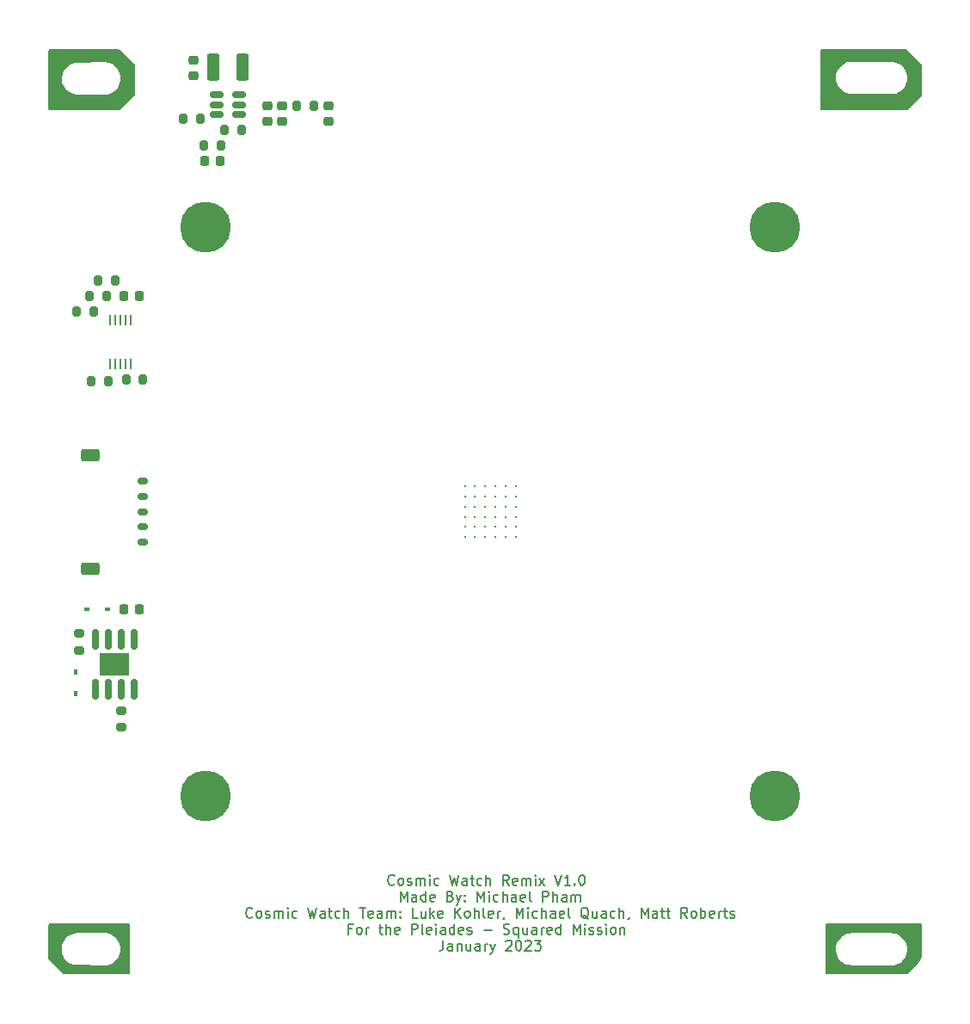
<source format=gbr>
%TF.GenerationSoftware,KiCad,Pcbnew,(6.0.2-0)*%
%TF.CreationDate,2023-01-12T00:58:35-06:00*%
%TF.ProjectId,cosmic_watch_remix_V1,636f736d-6963-45f7-9761-7463685f7265,rev?*%
%TF.SameCoordinates,Original*%
%TF.FileFunction,Soldermask,Top*%
%TF.FilePolarity,Negative*%
%FSLAX46Y46*%
G04 Gerber Fmt 4.6, Leading zero omitted, Abs format (unit mm)*
G04 Created by KiCad (PCBNEW (6.0.2-0)) date 2023-01-12 00:58:35*
%MOMM*%
%LPD*%
G01*
G04 APERTURE LIST*
G04 Aperture macros list*
%AMRoundRect*
0 Rectangle with rounded corners*
0 $1 Rounding radius*
0 $2 $3 $4 $5 $6 $7 $8 $9 X,Y pos of 4 corners*
0 Add a 4 corners polygon primitive as box body*
4,1,4,$2,$3,$4,$5,$6,$7,$8,$9,$2,$3,0*
0 Add four circle primitives for the rounded corners*
1,1,$1+$1,$2,$3*
1,1,$1+$1,$4,$5*
1,1,$1+$1,$6,$7*
1,1,$1+$1,$8,$9*
0 Add four rect primitives between the rounded corners*
20,1,$1+$1,$2,$3,$4,$5,0*
20,1,$1+$1,$4,$5,$6,$7,0*
20,1,$1+$1,$6,$7,$8,$9,0*
20,1,$1+$1,$8,$9,$2,$3,0*%
G04 Aperture macros list end*
%ADD10C,0.150000*%
%ADD11RoundRect,0.200000X0.200000X0.275000X-0.200000X0.275000X-0.200000X-0.275000X0.200000X-0.275000X0*%
%ADD12RoundRect,0.150000X0.150000X-0.825000X0.150000X0.825000X-0.150000X0.825000X-0.150000X-0.825000X0*%
%ADD13R,3.000000X2.290000*%
%ADD14RoundRect,0.200000X-0.200000X-0.275000X0.200000X-0.275000X0.200000X0.275000X-0.200000X0.275000X0*%
%ADD15RoundRect,0.225000X-0.250000X0.225000X-0.250000X-0.225000X0.250000X-0.225000X0.250000X0.225000X0*%
%ADD16RoundRect,0.150000X-0.350000X0.150000X-0.350000X-0.150000X0.350000X-0.150000X0.350000X0.150000X0*%
%ADD17RoundRect,0.250000X-0.650000X0.375000X-0.650000X-0.375000X0.650000X-0.375000X0.650000X0.375000X0*%
%ADD18C,5.000000*%
%ADD19RoundRect,0.200000X0.275000X-0.200000X0.275000X0.200000X-0.275000X0.200000X-0.275000X-0.200000X0*%
%ADD20R,0.450000X0.600000*%
%ADD21RoundRect,0.225000X-0.225000X-0.250000X0.225000X-0.250000X0.225000X0.250000X-0.225000X0.250000X0*%
%ADD22C,0.260000*%
%ADD23R,0.600000X0.450000*%
%ADD24RoundRect,0.150000X-0.512500X-0.150000X0.512500X-0.150000X0.512500X0.150000X-0.512500X0.150000X0*%
%ADD25RoundRect,0.225000X0.225000X0.250000X-0.225000X0.250000X-0.225000X-0.250000X0.225000X-0.250000X0*%
%ADD26R,0.250000X1.100000*%
%ADD27RoundRect,0.250000X-0.375000X-1.075000X0.375000X-1.075000X0.375000X1.075000X-0.375000X1.075000X0*%
G04 APERTURE END LIST*
D10*
X54547619Y-130637142D02*
X54500000Y-130684761D01*
X54357142Y-130732380D01*
X54261904Y-130732380D01*
X54119047Y-130684761D01*
X54023809Y-130589523D01*
X53976190Y-130494285D01*
X53928571Y-130303809D01*
X53928571Y-130160952D01*
X53976190Y-129970476D01*
X54023809Y-129875238D01*
X54119047Y-129780000D01*
X54261904Y-129732380D01*
X54357142Y-129732380D01*
X54500000Y-129780000D01*
X54547619Y-129827619D01*
X55119047Y-130732380D02*
X55023809Y-130684761D01*
X54976190Y-130637142D01*
X54928571Y-130541904D01*
X54928571Y-130256190D01*
X54976190Y-130160952D01*
X55023809Y-130113333D01*
X55119047Y-130065714D01*
X55261904Y-130065714D01*
X55357142Y-130113333D01*
X55404761Y-130160952D01*
X55452380Y-130256190D01*
X55452380Y-130541904D01*
X55404761Y-130637142D01*
X55357142Y-130684761D01*
X55261904Y-130732380D01*
X55119047Y-130732380D01*
X55833333Y-130684761D02*
X55928571Y-130732380D01*
X56119047Y-130732380D01*
X56214285Y-130684761D01*
X56261904Y-130589523D01*
X56261904Y-130541904D01*
X56214285Y-130446666D01*
X56119047Y-130399047D01*
X55976190Y-130399047D01*
X55880952Y-130351428D01*
X55833333Y-130256190D01*
X55833333Y-130208571D01*
X55880952Y-130113333D01*
X55976190Y-130065714D01*
X56119047Y-130065714D01*
X56214285Y-130113333D01*
X56690476Y-130732380D02*
X56690476Y-130065714D01*
X56690476Y-130160952D02*
X56738095Y-130113333D01*
X56833333Y-130065714D01*
X56976190Y-130065714D01*
X57071428Y-130113333D01*
X57119047Y-130208571D01*
X57119047Y-130732380D01*
X57119047Y-130208571D02*
X57166666Y-130113333D01*
X57261904Y-130065714D01*
X57404761Y-130065714D01*
X57500000Y-130113333D01*
X57547619Y-130208571D01*
X57547619Y-130732380D01*
X58023809Y-130732380D02*
X58023809Y-130065714D01*
X58023809Y-129732380D02*
X57976190Y-129780000D01*
X58023809Y-129827619D01*
X58071428Y-129780000D01*
X58023809Y-129732380D01*
X58023809Y-129827619D01*
X58928571Y-130684761D02*
X58833333Y-130732380D01*
X58642857Y-130732380D01*
X58547619Y-130684761D01*
X58500000Y-130637142D01*
X58452380Y-130541904D01*
X58452380Y-130256190D01*
X58500000Y-130160952D01*
X58547619Y-130113333D01*
X58642857Y-130065714D01*
X58833333Y-130065714D01*
X58928571Y-130113333D01*
X60023809Y-129732380D02*
X60261904Y-130732380D01*
X60452380Y-130018095D01*
X60642857Y-130732380D01*
X60880952Y-129732380D01*
X61690476Y-130732380D02*
X61690476Y-130208571D01*
X61642857Y-130113333D01*
X61547619Y-130065714D01*
X61357142Y-130065714D01*
X61261904Y-130113333D01*
X61690476Y-130684761D02*
X61595238Y-130732380D01*
X61357142Y-130732380D01*
X61261904Y-130684761D01*
X61214285Y-130589523D01*
X61214285Y-130494285D01*
X61261904Y-130399047D01*
X61357142Y-130351428D01*
X61595238Y-130351428D01*
X61690476Y-130303809D01*
X62023809Y-130065714D02*
X62404761Y-130065714D01*
X62166666Y-129732380D02*
X62166666Y-130589523D01*
X62214285Y-130684761D01*
X62309523Y-130732380D01*
X62404761Y-130732380D01*
X63166666Y-130684761D02*
X63071428Y-130732380D01*
X62880952Y-130732380D01*
X62785714Y-130684761D01*
X62738095Y-130637142D01*
X62690476Y-130541904D01*
X62690476Y-130256190D01*
X62738095Y-130160952D01*
X62785714Y-130113333D01*
X62880952Y-130065714D01*
X63071428Y-130065714D01*
X63166666Y-130113333D01*
X63595238Y-130732380D02*
X63595238Y-129732380D01*
X64023809Y-130732380D02*
X64023809Y-130208571D01*
X63976190Y-130113333D01*
X63880952Y-130065714D01*
X63738095Y-130065714D01*
X63642857Y-130113333D01*
X63595238Y-130160952D01*
X65833333Y-130732380D02*
X65500000Y-130256190D01*
X65261904Y-130732380D02*
X65261904Y-129732380D01*
X65642857Y-129732380D01*
X65738095Y-129780000D01*
X65785714Y-129827619D01*
X65833333Y-129922857D01*
X65833333Y-130065714D01*
X65785714Y-130160952D01*
X65738095Y-130208571D01*
X65642857Y-130256190D01*
X65261904Y-130256190D01*
X66642857Y-130684761D02*
X66547619Y-130732380D01*
X66357142Y-130732380D01*
X66261904Y-130684761D01*
X66214285Y-130589523D01*
X66214285Y-130208571D01*
X66261904Y-130113333D01*
X66357142Y-130065714D01*
X66547619Y-130065714D01*
X66642857Y-130113333D01*
X66690476Y-130208571D01*
X66690476Y-130303809D01*
X66214285Y-130399047D01*
X67119047Y-130732380D02*
X67119047Y-130065714D01*
X67119047Y-130160952D02*
X67166666Y-130113333D01*
X67261904Y-130065714D01*
X67404761Y-130065714D01*
X67500000Y-130113333D01*
X67547619Y-130208571D01*
X67547619Y-130732380D01*
X67547619Y-130208571D02*
X67595238Y-130113333D01*
X67690476Y-130065714D01*
X67833333Y-130065714D01*
X67928571Y-130113333D01*
X67976190Y-130208571D01*
X67976190Y-130732380D01*
X68452380Y-130732380D02*
X68452380Y-130065714D01*
X68452380Y-129732380D02*
X68404761Y-129780000D01*
X68452380Y-129827619D01*
X68500000Y-129780000D01*
X68452380Y-129732380D01*
X68452380Y-129827619D01*
X68833333Y-130732380D02*
X69357142Y-130065714D01*
X68833333Y-130065714D02*
X69357142Y-130732380D01*
X70357142Y-129732380D02*
X70690476Y-130732380D01*
X71023809Y-129732380D01*
X71880952Y-130732380D02*
X71309523Y-130732380D01*
X71595238Y-130732380D02*
X71595238Y-129732380D01*
X71500000Y-129875238D01*
X71404761Y-129970476D01*
X71309523Y-130018095D01*
X72309523Y-130637142D02*
X72357142Y-130684761D01*
X72309523Y-130732380D01*
X72261904Y-130684761D01*
X72309523Y-130637142D01*
X72309523Y-130732380D01*
X72976190Y-129732380D02*
X73071428Y-129732380D01*
X73166666Y-129780000D01*
X73214285Y-129827619D01*
X73261904Y-129922857D01*
X73309523Y-130113333D01*
X73309523Y-130351428D01*
X73261904Y-130541904D01*
X73214285Y-130637142D01*
X73166666Y-130684761D01*
X73071428Y-130732380D01*
X72976190Y-130732380D01*
X72880952Y-130684761D01*
X72833333Y-130637142D01*
X72785714Y-130541904D01*
X72738095Y-130351428D01*
X72738095Y-130113333D01*
X72785714Y-129922857D01*
X72833333Y-129827619D01*
X72880952Y-129780000D01*
X72976190Y-129732380D01*
X55166666Y-132342380D02*
X55166666Y-131342380D01*
X55500000Y-132056666D01*
X55833333Y-131342380D01*
X55833333Y-132342380D01*
X56738095Y-132342380D02*
X56738095Y-131818571D01*
X56690476Y-131723333D01*
X56595238Y-131675714D01*
X56404761Y-131675714D01*
X56309523Y-131723333D01*
X56738095Y-132294761D02*
X56642857Y-132342380D01*
X56404761Y-132342380D01*
X56309523Y-132294761D01*
X56261904Y-132199523D01*
X56261904Y-132104285D01*
X56309523Y-132009047D01*
X56404761Y-131961428D01*
X56642857Y-131961428D01*
X56738095Y-131913809D01*
X57642857Y-132342380D02*
X57642857Y-131342380D01*
X57642857Y-132294761D02*
X57547619Y-132342380D01*
X57357142Y-132342380D01*
X57261904Y-132294761D01*
X57214285Y-132247142D01*
X57166666Y-132151904D01*
X57166666Y-131866190D01*
X57214285Y-131770952D01*
X57261904Y-131723333D01*
X57357142Y-131675714D01*
X57547619Y-131675714D01*
X57642857Y-131723333D01*
X58500000Y-132294761D02*
X58404761Y-132342380D01*
X58214285Y-132342380D01*
X58119047Y-132294761D01*
X58071428Y-132199523D01*
X58071428Y-131818571D01*
X58119047Y-131723333D01*
X58214285Y-131675714D01*
X58404761Y-131675714D01*
X58500000Y-131723333D01*
X58547619Y-131818571D01*
X58547619Y-131913809D01*
X58071428Y-132009047D01*
X60071428Y-131818571D02*
X60214285Y-131866190D01*
X60261904Y-131913809D01*
X60309523Y-132009047D01*
X60309523Y-132151904D01*
X60261904Y-132247142D01*
X60214285Y-132294761D01*
X60119047Y-132342380D01*
X59738095Y-132342380D01*
X59738095Y-131342380D01*
X60071428Y-131342380D01*
X60166666Y-131390000D01*
X60214285Y-131437619D01*
X60261904Y-131532857D01*
X60261904Y-131628095D01*
X60214285Y-131723333D01*
X60166666Y-131770952D01*
X60071428Y-131818571D01*
X59738095Y-131818571D01*
X60642857Y-131675714D02*
X60880952Y-132342380D01*
X61119047Y-131675714D02*
X60880952Y-132342380D01*
X60785714Y-132580476D01*
X60738095Y-132628095D01*
X60642857Y-132675714D01*
X61500000Y-132247142D02*
X61547619Y-132294761D01*
X61500000Y-132342380D01*
X61452380Y-132294761D01*
X61500000Y-132247142D01*
X61500000Y-132342380D01*
X61500000Y-131723333D02*
X61547619Y-131770952D01*
X61500000Y-131818571D01*
X61452380Y-131770952D01*
X61500000Y-131723333D01*
X61500000Y-131818571D01*
X62738095Y-132342380D02*
X62738095Y-131342380D01*
X63071428Y-132056666D01*
X63404761Y-131342380D01*
X63404761Y-132342380D01*
X63880952Y-132342380D02*
X63880952Y-131675714D01*
X63880952Y-131342380D02*
X63833333Y-131390000D01*
X63880952Y-131437619D01*
X63928571Y-131390000D01*
X63880952Y-131342380D01*
X63880952Y-131437619D01*
X64785714Y-132294761D02*
X64690476Y-132342380D01*
X64500000Y-132342380D01*
X64404761Y-132294761D01*
X64357142Y-132247142D01*
X64309523Y-132151904D01*
X64309523Y-131866190D01*
X64357142Y-131770952D01*
X64404761Y-131723333D01*
X64500000Y-131675714D01*
X64690476Y-131675714D01*
X64785714Y-131723333D01*
X65214285Y-132342380D02*
X65214285Y-131342380D01*
X65642857Y-132342380D02*
X65642857Y-131818571D01*
X65595238Y-131723333D01*
X65500000Y-131675714D01*
X65357142Y-131675714D01*
X65261904Y-131723333D01*
X65214285Y-131770952D01*
X66547619Y-132342380D02*
X66547619Y-131818571D01*
X66500000Y-131723333D01*
X66404761Y-131675714D01*
X66214285Y-131675714D01*
X66119047Y-131723333D01*
X66547619Y-132294761D02*
X66452380Y-132342380D01*
X66214285Y-132342380D01*
X66119047Y-132294761D01*
X66071428Y-132199523D01*
X66071428Y-132104285D01*
X66119047Y-132009047D01*
X66214285Y-131961428D01*
X66452380Y-131961428D01*
X66547619Y-131913809D01*
X67404761Y-132294761D02*
X67309523Y-132342380D01*
X67119047Y-132342380D01*
X67023809Y-132294761D01*
X66976190Y-132199523D01*
X66976190Y-131818571D01*
X67023809Y-131723333D01*
X67119047Y-131675714D01*
X67309523Y-131675714D01*
X67404761Y-131723333D01*
X67452380Y-131818571D01*
X67452380Y-131913809D01*
X66976190Y-132009047D01*
X68023809Y-132342380D02*
X67928571Y-132294761D01*
X67880952Y-132199523D01*
X67880952Y-131342380D01*
X69166666Y-132342380D02*
X69166666Y-131342380D01*
X69547619Y-131342380D01*
X69642857Y-131390000D01*
X69690476Y-131437619D01*
X69738095Y-131532857D01*
X69738095Y-131675714D01*
X69690476Y-131770952D01*
X69642857Y-131818571D01*
X69547619Y-131866190D01*
X69166666Y-131866190D01*
X70166666Y-132342380D02*
X70166666Y-131342380D01*
X70595238Y-132342380D02*
X70595238Y-131818571D01*
X70547619Y-131723333D01*
X70452380Y-131675714D01*
X70309523Y-131675714D01*
X70214285Y-131723333D01*
X70166666Y-131770952D01*
X71500000Y-132342380D02*
X71500000Y-131818571D01*
X71452380Y-131723333D01*
X71357142Y-131675714D01*
X71166666Y-131675714D01*
X71071428Y-131723333D01*
X71500000Y-132294761D02*
X71404761Y-132342380D01*
X71166666Y-132342380D01*
X71071428Y-132294761D01*
X71023809Y-132199523D01*
X71023809Y-132104285D01*
X71071428Y-132009047D01*
X71166666Y-131961428D01*
X71404761Y-131961428D01*
X71500000Y-131913809D01*
X71976190Y-132342380D02*
X71976190Y-131675714D01*
X71976190Y-131770952D02*
X72023809Y-131723333D01*
X72119047Y-131675714D01*
X72261904Y-131675714D01*
X72357142Y-131723333D01*
X72404761Y-131818571D01*
X72404761Y-132342380D01*
X72404761Y-131818571D02*
X72452380Y-131723333D01*
X72547619Y-131675714D01*
X72690476Y-131675714D01*
X72785714Y-131723333D01*
X72833333Y-131818571D01*
X72833333Y-132342380D01*
X40571428Y-133857142D02*
X40523809Y-133904761D01*
X40380952Y-133952380D01*
X40285714Y-133952380D01*
X40142857Y-133904761D01*
X40047619Y-133809523D01*
X40000000Y-133714285D01*
X39952380Y-133523809D01*
X39952380Y-133380952D01*
X40000000Y-133190476D01*
X40047619Y-133095238D01*
X40142857Y-133000000D01*
X40285714Y-132952380D01*
X40380952Y-132952380D01*
X40523809Y-133000000D01*
X40571428Y-133047619D01*
X41142857Y-133952380D02*
X41047619Y-133904761D01*
X41000000Y-133857142D01*
X40952380Y-133761904D01*
X40952380Y-133476190D01*
X41000000Y-133380952D01*
X41047619Y-133333333D01*
X41142857Y-133285714D01*
X41285714Y-133285714D01*
X41380952Y-133333333D01*
X41428571Y-133380952D01*
X41476190Y-133476190D01*
X41476190Y-133761904D01*
X41428571Y-133857142D01*
X41380952Y-133904761D01*
X41285714Y-133952380D01*
X41142857Y-133952380D01*
X41857142Y-133904761D02*
X41952380Y-133952380D01*
X42142857Y-133952380D01*
X42238095Y-133904761D01*
X42285714Y-133809523D01*
X42285714Y-133761904D01*
X42238095Y-133666666D01*
X42142857Y-133619047D01*
X42000000Y-133619047D01*
X41904761Y-133571428D01*
X41857142Y-133476190D01*
X41857142Y-133428571D01*
X41904761Y-133333333D01*
X42000000Y-133285714D01*
X42142857Y-133285714D01*
X42238095Y-133333333D01*
X42714285Y-133952380D02*
X42714285Y-133285714D01*
X42714285Y-133380952D02*
X42761904Y-133333333D01*
X42857142Y-133285714D01*
X43000000Y-133285714D01*
X43095238Y-133333333D01*
X43142857Y-133428571D01*
X43142857Y-133952380D01*
X43142857Y-133428571D02*
X43190476Y-133333333D01*
X43285714Y-133285714D01*
X43428571Y-133285714D01*
X43523809Y-133333333D01*
X43571428Y-133428571D01*
X43571428Y-133952380D01*
X44047619Y-133952380D02*
X44047619Y-133285714D01*
X44047619Y-132952380D02*
X44000000Y-133000000D01*
X44047619Y-133047619D01*
X44095238Y-133000000D01*
X44047619Y-132952380D01*
X44047619Y-133047619D01*
X44952380Y-133904761D02*
X44857142Y-133952380D01*
X44666666Y-133952380D01*
X44571428Y-133904761D01*
X44523809Y-133857142D01*
X44476190Y-133761904D01*
X44476190Y-133476190D01*
X44523809Y-133380952D01*
X44571428Y-133333333D01*
X44666666Y-133285714D01*
X44857142Y-133285714D01*
X44952380Y-133333333D01*
X46047619Y-132952380D02*
X46285714Y-133952380D01*
X46476190Y-133238095D01*
X46666666Y-133952380D01*
X46904761Y-132952380D01*
X47714285Y-133952380D02*
X47714285Y-133428571D01*
X47666666Y-133333333D01*
X47571428Y-133285714D01*
X47380952Y-133285714D01*
X47285714Y-133333333D01*
X47714285Y-133904761D02*
X47619047Y-133952380D01*
X47380952Y-133952380D01*
X47285714Y-133904761D01*
X47238095Y-133809523D01*
X47238095Y-133714285D01*
X47285714Y-133619047D01*
X47380952Y-133571428D01*
X47619047Y-133571428D01*
X47714285Y-133523809D01*
X48047619Y-133285714D02*
X48428571Y-133285714D01*
X48190476Y-132952380D02*
X48190476Y-133809523D01*
X48238095Y-133904761D01*
X48333333Y-133952380D01*
X48428571Y-133952380D01*
X49190476Y-133904761D02*
X49095238Y-133952380D01*
X48904761Y-133952380D01*
X48809523Y-133904761D01*
X48761904Y-133857142D01*
X48714285Y-133761904D01*
X48714285Y-133476190D01*
X48761904Y-133380952D01*
X48809523Y-133333333D01*
X48904761Y-133285714D01*
X49095238Y-133285714D01*
X49190476Y-133333333D01*
X49619047Y-133952380D02*
X49619047Y-132952380D01*
X50047619Y-133952380D02*
X50047619Y-133428571D01*
X50000000Y-133333333D01*
X49904761Y-133285714D01*
X49761904Y-133285714D01*
X49666666Y-133333333D01*
X49619047Y-133380952D01*
X51142857Y-132952380D02*
X51714285Y-132952380D01*
X51428571Y-133952380D02*
X51428571Y-132952380D01*
X52428571Y-133904761D02*
X52333333Y-133952380D01*
X52142857Y-133952380D01*
X52047619Y-133904761D01*
X52000000Y-133809523D01*
X52000000Y-133428571D01*
X52047619Y-133333333D01*
X52142857Y-133285714D01*
X52333333Y-133285714D01*
X52428571Y-133333333D01*
X52476190Y-133428571D01*
X52476190Y-133523809D01*
X52000000Y-133619047D01*
X53333333Y-133952380D02*
X53333333Y-133428571D01*
X53285714Y-133333333D01*
X53190476Y-133285714D01*
X53000000Y-133285714D01*
X52904761Y-133333333D01*
X53333333Y-133904761D02*
X53238095Y-133952380D01*
X53000000Y-133952380D01*
X52904761Y-133904761D01*
X52857142Y-133809523D01*
X52857142Y-133714285D01*
X52904761Y-133619047D01*
X53000000Y-133571428D01*
X53238095Y-133571428D01*
X53333333Y-133523809D01*
X53809523Y-133952380D02*
X53809523Y-133285714D01*
X53809523Y-133380952D02*
X53857142Y-133333333D01*
X53952380Y-133285714D01*
X54095238Y-133285714D01*
X54190476Y-133333333D01*
X54238095Y-133428571D01*
X54238095Y-133952380D01*
X54238095Y-133428571D02*
X54285714Y-133333333D01*
X54380952Y-133285714D01*
X54523809Y-133285714D01*
X54619047Y-133333333D01*
X54666666Y-133428571D01*
X54666666Y-133952380D01*
X55142857Y-133857142D02*
X55190476Y-133904761D01*
X55142857Y-133952380D01*
X55095238Y-133904761D01*
X55142857Y-133857142D01*
X55142857Y-133952380D01*
X55142857Y-133333333D02*
X55190476Y-133380952D01*
X55142857Y-133428571D01*
X55095238Y-133380952D01*
X55142857Y-133333333D01*
X55142857Y-133428571D01*
X56857142Y-133952380D02*
X56380952Y-133952380D01*
X56380952Y-132952380D01*
X57619047Y-133285714D02*
X57619047Y-133952380D01*
X57190476Y-133285714D02*
X57190476Y-133809523D01*
X57238095Y-133904761D01*
X57333333Y-133952380D01*
X57476190Y-133952380D01*
X57571428Y-133904761D01*
X57619047Y-133857142D01*
X58095238Y-133952380D02*
X58095238Y-132952380D01*
X58190476Y-133571428D02*
X58476190Y-133952380D01*
X58476190Y-133285714D02*
X58095238Y-133666666D01*
X59285714Y-133904761D02*
X59190476Y-133952380D01*
X58999999Y-133952380D01*
X58904761Y-133904761D01*
X58857142Y-133809523D01*
X58857142Y-133428571D01*
X58904761Y-133333333D01*
X58999999Y-133285714D01*
X59190476Y-133285714D01*
X59285714Y-133333333D01*
X59333333Y-133428571D01*
X59333333Y-133523809D01*
X58857142Y-133619047D01*
X60523809Y-133952380D02*
X60523809Y-132952380D01*
X61095238Y-133952380D02*
X60666666Y-133380952D01*
X61095238Y-132952380D02*
X60523809Y-133523809D01*
X61666666Y-133952380D02*
X61571428Y-133904761D01*
X61523809Y-133857142D01*
X61476190Y-133761904D01*
X61476190Y-133476190D01*
X61523809Y-133380952D01*
X61571428Y-133333333D01*
X61666666Y-133285714D01*
X61809523Y-133285714D01*
X61904761Y-133333333D01*
X61952380Y-133380952D01*
X61999999Y-133476190D01*
X61999999Y-133761904D01*
X61952380Y-133857142D01*
X61904761Y-133904761D01*
X61809523Y-133952380D01*
X61666666Y-133952380D01*
X62428571Y-133952380D02*
X62428571Y-132952380D01*
X62857142Y-133952380D02*
X62857142Y-133428571D01*
X62809523Y-133333333D01*
X62714285Y-133285714D01*
X62571428Y-133285714D01*
X62476190Y-133333333D01*
X62428571Y-133380952D01*
X63476190Y-133952380D02*
X63380952Y-133904761D01*
X63333333Y-133809523D01*
X63333333Y-132952380D01*
X64238095Y-133904761D02*
X64142857Y-133952380D01*
X63952380Y-133952380D01*
X63857142Y-133904761D01*
X63809523Y-133809523D01*
X63809523Y-133428571D01*
X63857142Y-133333333D01*
X63952380Y-133285714D01*
X64142857Y-133285714D01*
X64238095Y-133333333D01*
X64285714Y-133428571D01*
X64285714Y-133523809D01*
X63809523Y-133619047D01*
X64714285Y-133952380D02*
X64714285Y-133285714D01*
X64714285Y-133476190D02*
X64761904Y-133380952D01*
X64809523Y-133333333D01*
X64904761Y-133285714D01*
X64999999Y-133285714D01*
X65380952Y-133904761D02*
X65380952Y-133952380D01*
X65333333Y-134047619D01*
X65285714Y-134095238D01*
X66571428Y-133952380D02*
X66571428Y-132952380D01*
X66904761Y-133666666D01*
X67238095Y-132952380D01*
X67238095Y-133952380D01*
X67714285Y-133952380D02*
X67714285Y-133285714D01*
X67714285Y-132952380D02*
X67666666Y-133000000D01*
X67714285Y-133047619D01*
X67761904Y-133000000D01*
X67714285Y-132952380D01*
X67714285Y-133047619D01*
X68619047Y-133904761D02*
X68523809Y-133952380D01*
X68333333Y-133952380D01*
X68238095Y-133904761D01*
X68190476Y-133857142D01*
X68142857Y-133761904D01*
X68142857Y-133476190D01*
X68190476Y-133380952D01*
X68238095Y-133333333D01*
X68333333Y-133285714D01*
X68523809Y-133285714D01*
X68619047Y-133333333D01*
X69047619Y-133952380D02*
X69047619Y-132952380D01*
X69476190Y-133952380D02*
X69476190Y-133428571D01*
X69428571Y-133333333D01*
X69333333Y-133285714D01*
X69190476Y-133285714D01*
X69095238Y-133333333D01*
X69047619Y-133380952D01*
X70380952Y-133952380D02*
X70380952Y-133428571D01*
X70333333Y-133333333D01*
X70238095Y-133285714D01*
X70047619Y-133285714D01*
X69952380Y-133333333D01*
X70380952Y-133904761D02*
X70285714Y-133952380D01*
X70047619Y-133952380D01*
X69952380Y-133904761D01*
X69904761Y-133809523D01*
X69904761Y-133714285D01*
X69952380Y-133619047D01*
X70047619Y-133571428D01*
X70285714Y-133571428D01*
X70380952Y-133523809D01*
X71238095Y-133904761D02*
X71142857Y-133952380D01*
X70952380Y-133952380D01*
X70857142Y-133904761D01*
X70809523Y-133809523D01*
X70809523Y-133428571D01*
X70857142Y-133333333D01*
X70952380Y-133285714D01*
X71142857Y-133285714D01*
X71238095Y-133333333D01*
X71285714Y-133428571D01*
X71285714Y-133523809D01*
X70809523Y-133619047D01*
X71857142Y-133952380D02*
X71761904Y-133904761D01*
X71714285Y-133809523D01*
X71714285Y-132952380D01*
X73666666Y-134047619D02*
X73571428Y-134000000D01*
X73476190Y-133904761D01*
X73333333Y-133761904D01*
X73238095Y-133714285D01*
X73142857Y-133714285D01*
X73190476Y-133952380D02*
X73095238Y-133904761D01*
X72999999Y-133809523D01*
X72952380Y-133619047D01*
X72952380Y-133285714D01*
X72999999Y-133095238D01*
X73095238Y-133000000D01*
X73190476Y-132952380D01*
X73380952Y-132952380D01*
X73476190Y-133000000D01*
X73571428Y-133095238D01*
X73619047Y-133285714D01*
X73619047Y-133619047D01*
X73571428Y-133809523D01*
X73476190Y-133904761D01*
X73380952Y-133952380D01*
X73190476Y-133952380D01*
X74476190Y-133285714D02*
X74476190Y-133952380D01*
X74047619Y-133285714D02*
X74047619Y-133809523D01*
X74095238Y-133904761D01*
X74190476Y-133952380D01*
X74333333Y-133952380D01*
X74428571Y-133904761D01*
X74476190Y-133857142D01*
X75380952Y-133952380D02*
X75380952Y-133428571D01*
X75333333Y-133333333D01*
X75238095Y-133285714D01*
X75047619Y-133285714D01*
X74952380Y-133333333D01*
X75380952Y-133904761D02*
X75285714Y-133952380D01*
X75047619Y-133952380D01*
X74952380Y-133904761D01*
X74904761Y-133809523D01*
X74904761Y-133714285D01*
X74952380Y-133619047D01*
X75047619Y-133571428D01*
X75285714Y-133571428D01*
X75380952Y-133523809D01*
X76285714Y-133904761D02*
X76190476Y-133952380D01*
X75999999Y-133952380D01*
X75904761Y-133904761D01*
X75857142Y-133857142D01*
X75809523Y-133761904D01*
X75809523Y-133476190D01*
X75857142Y-133380952D01*
X75904761Y-133333333D01*
X75999999Y-133285714D01*
X76190476Y-133285714D01*
X76285714Y-133333333D01*
X76714285Y-133952380D02*
X76714285Y-132952380D01*
X77142857Y-133952380D02*
X77142857Y-133428571D01*
X77095238Y-133333333D01*
X76999999Y-133285714D01*
X76857142Y-133285714D01*
X76761904Y-133333333D01*
X76714285Y-133380952D01*
X77666666Y-133904761D02*
X77666666Y-133952380D01*
X77619047Y-134047619D01*
X77571428Y-134095238D01*
X78857142Y-133952380D02*
X78857142Y-132952380D01*
X79190476Y-133666666D01*
X79523809Y-132952380D01*
X79523809Y-133952380D01*
X80428571Y-133952380D02*
X80428571Y-133428571D01*
X80380952Y-133333333D01*
X80285714Y-133285714D01*
X80095238Y-133285714D01*
X79999999Y-133333333D01*
X80428571Y-133904761D02*
X80333333Y-133952380D01*
X80095238Y-133952380D01*
X79999999Y-133904761D01*
X79952380Y-133809523D01*
X79952380Y-133714285D01*
X79999999Y-133619047D01*
X80095238Y-133571428D01*
X80333333Y-133571428D01*
X80428571Y-133523809D01*
X80761904Y-133285714D02*
X81142857Y-133285714D01*
X80904761Y-132952380D02*
X80904761Y-133809523D01*
X80952380Y-133904761D01*
X81047619Y-133952380D01*
X81142857Y-133952380D01*
X81333333Y-133285714D02*
X81714285Y-133285714D01*
X81476190Y-132952380D02*
X81476190Y-133809523D01*
X81523809Y-133904761D01*
X81619047Y-133952380D01*
X81714285Y-133952380D01*
X83380952Y-133952380D02*
X83047619Y-133476190D01*
X82809523Y-133952380D02*
X82809523Y-132952380D01*
X83190476Y-132952380D01*
X83285714Y-133000000D01*
X83333333Y-133047619D01*
X83380952Y-133142857D01*
X83380952Y-133285714D01*
X83333333Y-133380952D01*
X83285714Y-133428571D01*
X83190476Y-133476190D01*
X82809523Y-133476190D01*
X83952380Y-133952380D02*
X83857142Y-133904761D01*
X83809523Y-133857142D01*
X83761904Y-133761904D01*
X83761904Y-133476190D01*
X83809523Y-133380952D01*
X83857142Y-133333333D01*
X83952380Y-133285714D01*
X84095238Y-133285714D01*
X84190476Y-133333333D01*
X84238095Y-133380952D01*
X84285714Y-133476190D01*
X84285714Y-133761904D01*
X84238095Y-133857142D01*
X84190476Y-133904761D01*
X84095238Y-133952380D01*
X83952380Y-133952380D01*
X84714285Y-133952380D02*
X84714285Y-132952380D01*
X84714285Y-133333333D02*
X84809523Y-133285714D01*
X84999999Y-133285714D01*
X85095238Y-133333333D01*
X85142857Y-133380952D01*
X85190476Y-133476190D01*
X85190476Y-133761904D01*
X85142857Y-133857142D01*
X85095238Y-133904761D01*
X84999999Y-133952380D01*
X84809523Y-133952380D01*
X84714285Y-133904761D01*
X85999999Y-133904761D02*
X85904761Y-133952380D01*
X85714285Y-133952380D01*
X85619047Y-133904761D01*
X85571428Y-133809523D01*
X85571428Y-133428571D01*
X85619047Y-133333333D01*
X85714285Y-133285714D01*
X85904761Y-133285714D01*
X85999999Y-133333333D01*
X86047619Y-133428571D01*
X86047619Y-133523809D01*
X85571428Y-133619047D01*
X86476190Y-133952380D02*
X86476190Y-133285714D01*
X86476190Y-133476190D02*
X86523809Y-133380952D01*
X86571428Y-133333333D01*
X86666666Y-133285714D01*
X86761904Y-133285714D01*
X86952380Y-133285714D02*
X87333333Y-133285714D01*
X87095238Y-132952380D02*
X87095238Y-133809523D01*
X87142857Y-133904761D01*
X87238095Y-133952380D01*
X87333333Y-133952380D01*
X87619047Y-133904761D02*
X87714285Y-133952380D01*
X87904761Y-133952380D01*
X88000000Y-133904761D01*
X88047619Y-133809523D01*
X88047619Y-133761904D01*
X88000000Y-133666666D01*
X87904761Y-133619047D01*
X87761904Y-133619047D01*
X87666666Y-133571428D01*
X87619047Y-133476190D01*
X87619047Y-133428571D01*
X87666666Y-133333333D01*
X87761904Y-133285714D01*
X87904761Y-133285714D01*
X88000000Y-133333333D01*
X50357142Y-135038571D02*
X50023809Y-135038571D01*
X50023809Y-135562380D02*
X50023809Y-134562380D01*
X50500000Y-134562380D01*
X51023809Y-135562380D02*
X50928571Y-135514761D01*
X50880952Y-135467142D01*
X50833333Y-135371904D01*
X50833333Y-135086190D01*
X50880952Y-134990952D01*
X50928571Y-134943333D01*
X51023809Y-134895714D01*
X51166666Y-134895714D01*
X51261904Y-134943333D01*
X51309523Y-134990952D01*
X51357142Y-135086190D01*
X51357142Y-135371904D01*
X51309523Y-135467142D01*
X51261904Y-135514761D01*
X51166666Y-135562380D01*
X51023809Y-135562380D01*
X51785714Y-135562380D02*
X51785714Y-134895714D01*
X51785714Y-135086190D02*
X51833333Y-134990952D01*
X51880952Y-134943333D01*
X51976190Y-134895714D01*
X52071428Y-134895714D01*
X53023809Y-134895714D02*
X53404761Y-134895714D01*
X53166666Y-134562380D02*
X53166666Y-135419523D01*
X53214285Y-135514761D01*
X53309523Y-135562380D01*
X53404761Y-135562380D01*
X53738095Y-135562380D02*
X53738095Y-134562380D01*
X54166666Y-135562380D02*
X54166666Y-135038571D01*
X54119047Y-134943333D01*
X54023809Y-134895714D01*
X53880952Y-134895714D01*
X53785714Y-134943333D01*
X53738095Y-134990952D01*
X55023809Y-135514761D02*
X54928571Y-135562380D01*
X54738095Y-135562380D01*
X54642857Y-135514761D01*
X54595238Y-135419523D01*
X54595238Y-135038571D01*
X54642857Y-134943333D01*
X54738095Y-134895714D01*
X54928571Y-134895714D01*
X55023809Y-134943333D01*
X55071428Y-135038571D01*
X55071428Y-135133809D01*
X54595238Y-135229047D01*
X56261904Y-135562380D02*
X56261904Y-134562380D01*
X56642857Y-134562380D01*
X56738095Y-134610000D01*
X56785714Y-134657619D01*
X56833333Y-134752857D01*
X56833333Y-134895714D01*
X56785714Y-134990952D01*
X56738095Y-135038571D01*
X56642857Y-135086190D01*
X56261904Y-135086190D01*
X57404761Y-135562380D02*
X57309523Y-135514761D01*
X57261904Y-135419523D01*
X57261904Y-134562380D01*
X58166666Y-135514761D02*
X58071428Y-135562380D01*
X57880952Y-135562380D01*
X57785714Y-135514761D01*
X57738095Y-135419523D01*
X57738095Y-135038571D01*
X57785714Y-134943333D01*
X57880952Y-134895714D01*
X58071428Y-134895714D01*
X58166666Y-134943333D01*
X58214285Y-135038571D01*
X58214285Y-135133809D01*
X57738095Y-135229047D01*
X58642857Y-135562380D02*
X58642857Y-134895714D01*
X58642857Y-134562380D02*
X58595238Y-134610000D01*
X58642857Y-134657619D01*
X58690476Y-134610000D01*
X58642857Y-134562380D01*
X58642857Y-134657619D01*
X59547619Y-135562380D02*
X59547619Y-135038571D01*
X59500000Y-134943333D01*
X59404761Y-134895714D01*
X59214285Y-134895714D01*
X59119047Y-134943333D01*
X59547619Y-135514761D02*
X59452380Y-135562380D01*
X59214285Y-135562380D01*
X59119047Y-135514761D01*
X59071428Y-135419523D01*
X59071428Y-135324285D01*
X59119047Y-135229047D01*
X59214285Y-135181428D01*
X59452380Y-135181428D01*
X59547619Y-135133809D01*
X60452380Y-135562380D02*
X60452380Y-134562380D01*
X60452380Y-135514761D02*
X60357142Y-135562380D01*
X60166666Y-135562380D01*
X60071428Y-135514761D01*
X60023809Y-135467142D01*
X59976190Y-135371904D01*
X59976190Y-135086190D01*
X60023809Y-134990952D01*
X60071428Y-134943333D01*
X60166666Y-134895714D01*
X60357142Y-134895714D01*
X60452380Y-134943333D01*
X61309523Y-135514761D02*
X61214285Y-135562380D01*
X61023809Y-135562380D01*
X60928571Y-135514761D01*
X60880952Y-135419523D01*
X60880952Y-135038571D01*
X60928571Y-134943333D01*
X61023809Y-134895714D01*
X61214285Y-134895714D01*
X61309523Y-134943333D01*
X61357142Y-135038571D01*
X61357142Y-135133809D01*
X60880952Y-135229047D01*
X61738095Y-135514761D02*
X61833333Y-135562380D01*
X62023809Y-135562380D01*
X62119047Y-135514761D01*
X62166666Y-135419523D01*
X62166666Y-135371904D01*
X62119047Y-135276666D01*
X62023809Y-135229047D01*
X61880952Y-135229047D01*
X61785714Y-135181428D01*
X61738095Y-135086190D01*
X61738095Y-135038571D01*
X61785714Y-134943333D01*
X61880952Y-134895714D01*
X62023809Y-134895714D01*
X62119047Y-134943333D01*
X63357142Y-135181428D02*
X64119047Y-135181428D01*
X65309523Y-135514761D02*
X65452380Y-135562380D01*
X65690476Y-135562380D01*
X65785714Y-135514761D01*
X65833333Y-135467142D01*
X65880952Y-135371904D01*
X65880952Y-135276666D01*
X65833333Y-135181428D01*
X65785714Y-135133809D01*
X65690476Y-135086190D01*
X65499999Y-135038571D01*
X65404761Y-134990952D01*
X65357142Y-134943333D01*
X65309523Y-134848095D01*
X65309523Y-134752857D01*
X65357142Y-134657619D01*
X65404761Y-134610000D01*
X65499999Y-134562380D01*
X65738095Y-134562380D01*
X65880952Y-134610000D01*
X66738095Y-134895714D02*
X66738095Y-135895714D01*
X66738095Y-135514761D02*
X66642857Y-135562380D01*
X66452380Y-135562380D01*
X66357142Y-135514761D01*
X66309523Y-135467142D01*
X66261904Y-135371904D01*
X66261904Y-135086190D01*
X66309523Y-134990952D01*
X66357142Y-134943333D01*
X66452380Y-134895714D01*
X66642857Y-134895714D01*
X66738095Y-134943333D01*
X67642857Y-134895714D02*
X67642857Y-135562380D01*
X67214285Y-134895714D02*
X67214285Y-135419523D01*
X67261904Y-135514761D01*
X67357142Y-135562380D01*
X67500000Y-135562380D01*
X67595238Y-135514761D01*
X67642857Y-135467142D01*
X68547619Y-135562380D02*
X68547619Y-135038571D01*
X68500000Y-134943333D01*
X68404761Y-134895714D01*
X68214285Y-134895714D01*
X68119047Y-134943333D01*
X68547619Y-135514761D02*
X68452380Y-135562380D01*
X68214285Y-135562380D01*
X68119047Y-135514761D01*
X68071428Y-135419523D01*
X68071428Y-135324285D01*
X68119047Y-135229047D01*
X68214285Y-135181428D01*
X68452380Y-135181428D01*
X68547619Y-135133809D01*
X69023809Y-135562380D02*
X69023809Y-134895714D01*
X69023809Y-135086190D02*
X69071428Y-134990952D01*
X69119047Y-134943333D01*
X69214285Y-134895714D01*
X69309523Y-134895714D01*
X70023809Y-135514761D02*
X69928571Y-135562380D01*
X69738095Y-135562380D01*
X69642857Y-135514761D01*
X69595238Y-135419523D01*
X69595238Y-135038571D01*
X69642857Y-134943333D01*
X69738095Y-134895714D01*
X69928571Y-134895714D01*
X70023809Y-134943333D01*
X70071428Y-135038571D01*
X70071428Y-135133809D01*
X69595238Y-135229047D01*
X70928571Y-135562380D02*
X70928571Y-134562380D01*
X70928571Y-135514761D02*
X70833333Y-135562380D01*
X70642857Y-135562380D01*
X70547619Y-135514761D01*
X70500000Y-135467142D01*
X70452380Y-135371904D01*
X70452380Y-135086190D01*
X70500000Y-134990952D01*
X70547619Y-134943333D01*
X70642857Y-134895714D01*
X70833333Y-134895714D01*
X70928571Y-134943333D01*
X72166666Y-135562380D02*
X72166666Y-134562380D01*
X72499999Y-135276666D01*
X72833333Y-134562380D01*
X72833333Y-135562380D01*
X73309523Y-135562380D02*
X73309523Y-134895714D01*
X73309523Y-134562380D02*
X73261904Y-134610000D01*
X73309523Y-134657619D01*
X73357142Y-134610000D01*
X73309523Y-134562380D01*
X73309523Y-134657619D01*
X73738095Y-135514761D02*
X73833333Y-135562380D01*
X74023809Y-135562380D01*
X74119047Y-135514761D01*
X74166666Y-135419523D01*
X74166666Y-135371904D01*
X74119047Y-135276666D01*
X74023809Y-135229047D01*
X73880952Y-135229047D01*
X73785714Y-135181428D01*
X73738095Y-135086190D01*
X73738095Y-135038571D01*
X73785714Y-134943333D01*
X73880952Y-134895714D01*
X74023809Y-134895714D01*
X74119047Y-134943333D01*
X74547619Y-135514761D02*
X74642857Y-135562380D01*
X74833333Y-135562380D01*
X74928571Y-135514761D01*
X74976190Y-135419523D01*
X74976190Y-135371904D01*
X74928571Y-135276666D01*
X74833333Y-135229047D01*
X74690476Y-135229047D01*
X74595238Y-135181428D01*
X74547619Y-135086190D01*
X74547619Y-135038571D01*
X74595238Y-134943333D01*
X74690476Y-134895714D01*
X74833333Y-134895714D01*
X74928571Y-134943333D01*
X75404761Y-135562380D02*
X75404761Y-134895714D01*
X75404761Y-134562380D02*
X75357142Y-134610000D01*
X75404761Y-134657619D01*
X75452380Y-134610000D01*
X75404761Y-134562380D01*
X75404761Y-134657619D01*
X76023809Y-135562380D02*
X75928571Y-135514761D01*
X75880952Y-135467142D01*
X75833333Y-135371904D01*
X75833333Y-135086190D01*
X75880952Y-134990952D01*
X75928571Y-134943333D01*
X76023809Y-134895714D01*
X76166666Y-134895714D01*
X76261904Y-134943333D01*
X76309523Y-134990952D01*
X76357142Y-135086190D01*
X76357142Y-135371904D01*
X76309523Y-135467142D01*
X76261904Y-135514761D01*
X76166666Y-135562380D01*
X76023809Y-135562380D01*
X76785714Y-134895714D02*
X76785714Y-135562380D01*
X76785714Y-134990952D02*
X76833333Y-134943333D01*
X76928571Y-134895714D01*
X77071428Y-134895714D01*
X77166666Y-134943333D01*
X77214285Y-135038571D01*
X77214285Y-135562380D01*
X59357142Y-136172380D02*
X59357142Y-136886666D01*
X59309523Y-137029523D01*
X59214285Y-137124761D01*
X59071428Y-137172380D01*
X58976190Y-137172380D01*
X60261904Y-137172380D02*
X60261904Y-136648571D01*
X60214285Y-136553333D01*
X60119047Y-136505714D01*
X59928571Y-136505714D01*
X59833333Y-136553333D01*
X60261904Y-137124761D02*
X60166666Y-137172380D01*
X59928571Y-137172380D01*
X59833333Y-137124761D01*
X59785714Y-137029523D01*
X59785714Y-136934285D01*
X59833333Y-136839047D01*
X59928571Y-136791428D01*
X60166666Y-136791428D01*
X60261904Y-136743809D01*
X60738095Y-136505714D02*
X60738095Y-137172380D01*
X60738095Y-136600952D02*
X60785714Y-136553333D01*
X60880952Y-136505714D01*
X61023809Y-136505714D01*
X61119047Y-136553333D01*
X61166666Y-136648571D01*
X61166666Y-137172380D01*
X62071428Y-136505714D02*
X62071428Y-137172380D01*
X61642857Y-136505714D02*
X61642857Y-137029523D01*
X61690476Y-137124761D01*
X61785714Y-137172380D01*
X61928571Y-137172380D01*
X62023809Y-137124761D01*
X62071428Y-137077142D01*
X62976190Y-137172380D02*
X62976190Y-136648571D01*
X62928571Y-136553333D01*
X62833333Y-136505714D01*
X62642857Y-136505714D01*
X62547619Y-136553333D01*
X62976190Y-137124761D02*
X62880952Y-137172380D01*
X62642857Y-137172380D01*
X62547619Y-137124761D01*
X62500000Y-137029523D01*
X62500000Y-136934285D01*
X62547619Y-136839047D01*
X62642857Y-136791428D01*
X62880952Y-136791428D01*
X62976190Y-136743809D01*
X63452380Y-137172380D02*
X63452380Y-136505714D01*
X63452380Y-136696190D02*
X63500000Y-136600952D01*
X63547619Y-136553333D01*
X63642857Y-136505714D01*
X63738095Y-136505714D01*
X63976190Y-136505714D02*
X64214285Y-137172380D01*
X64452380Y-136505714D02*
X64214285Y-137172380D01*
X64119047Y-137410476D01*
X64071428Y-137458095D01*
X63976190Y-137505714D01*
X65547619Y-136267619D02*
X65595238Y-136220000D01*
X65690476Y-136172380D01*
X65928571Y-136172380D01*
X66023809Y-136220000D01*
X66071428Y-136267619D01*
X66119047Y-136362857D01*
X66119047Y-136458095D01*
X66071428Y-136600952D01*
X65500000Y-137172380D01*
X66119047Y-137172380D01*
X66738095Y-136172380D02*
X66833333Y-136172380D01*
X66928571Y-136220000D01*
X66976190Y-136267619D01*
X67023809Y-136362857D01*
X67071428Y-136553333D01*
X67071428Y-136791428D01*
X67023809Y-136981904D01*
X66976190Y-137077142D01*
X66928571Y-137124761D01*
X66833333Y-137172380D01*
X66738095Y-137172380D01*
X66642857Y-137124761D01*
X66595238Y-137077142D01*
X66547619Y-136981904D01*
X66500000Y-136791428D01*
X66500000Y-136553333D01*
X66547619Y-136362857D01*
X66595238Y-136267619D01*
X66642857Y-136220000D01*
X66738095Y-136172380D01*
X67452380Y-136267619D02*
X67500000Y-136220000D01*
X67595238Y-136172380D01*
X67833333Y-136172380D01*
X67928571Y-136220000D01*
X67976190Y-136267619D01*
X68023809Y-136362857D01*
X68023809Y-136458095D01*
X67976190Y-136600952D01*
X67404761Y-137172380D01*
X68023809Y-137172380D01*
X68357142Y-136172380D02*
X68976190Y-136172380D01*
X68642857Y-136553333D01*
X68785714Y-136553333D01*
X68880952Y-136600952D01*
X68928571Y-136648571D01*
X68976190Y-136743809D01*
X68976190Y-136981904D01*
X68928571Y-137077142D01*
X68880952Y-137124761D01*
X68785714Y-137172380D01*
X68500000Y-137172380D01*
X68404761Y-137124761D01*
X68357142Y-137077142D01*
D11*
%TO.C,R5*%
X35431500Y-55348000D03*
X33781500Y-55348000D03*
%TD*%
D12*
%TO.C,U2*%
X25095000Y-111475000D03*
X26365000Y-111475000D03*
X27635000Y-111475000D03*
X28905000Y-111475000D03*
X28905000Y-106525000D03*
X27635000Y-106525000D03*
X26365000Y-106525000D03*
X25095000Y-106525000D03*
D13*
X27000000Y-109000000D03*
%TD*%
D11*
%TO.C,R2*%
X26375000Y-81190000D03*
X24725000Y-81190000D03*
%TD*%
D14*
%TO.C,R3*%
X24555000Y-72780000D03*
X26205000Y-72780000D03*
%TD*%
D15*
%TO.C,C8*%
X48068500Y-54065000D03*
X48068500Y-55615000D03*
%TD*%
%TO.C,C6*%
X42035500Y-54065000D03*
X42035500Y-55615000D03*
%TD*%
D14*
%TO.C,R4*%
X25405000Y-71260000D03*
X27055000Y-71260000D03*
%TD*%
%TO.C,R7*%
X37845500Y-56440000D03*
X39495500Y-56440000D03*
%TD*%
D16*
%TO.C,J1*%
X29795000Y-91000000D03*
X29795000Y-92500000D03*
X29795000Y-94000000D03*
X29795000Y-95500000D03*
X29795000Y-97000000D03*
D17*
X24605000Y-99605000D03*
X24605000Y-88395000D03*
%TD*%
D18*
%TO.C,*%
X36000000Y-122000000D03*
%TD*%
D11*
%TO.C,R10*%
X29821000Y-80990000D03*
X28171000Y-80990000D03*
%TD*%
%TO.C,R1*%
X24925000Y-74300000D03*
X23275000Y-74300000D03*
%TD*%
D19*
%TO.C,R8*%
X27635000Y-115200000D03*
X27635000Y-113550000D03*
%TD*%
D15*
%TO.C,C7*%
X43496500Y-54065000D03*
X43496500Y-55615000D03*
%TD*%
D20*
%TO.C,D1*%
X23200000Y-109750000D03*
X23200000Y-111850000D03*
%TD*%
D15*
%TO.C,C4*%
X34810500Y-49565000D03*
X34810500Y-51115000D03*
%TD*%
D21*
%TO.C,C1*%
X27875000Y-72790000D03*
X29425000Y-72790000D03*
%TD*%
D14*
%TO.C,R6*%
X35813500Y-57940000D03*
X37463500Y-57940000D03*
%TD*%
D22*
%TO.C,IC1*%
X61500000Y-91500000D03*
X62500000Y-91500000D03*
X63500000Y-91500000D03*
X64500000Y-91500000D03*
X65500000Y-91500000D03*
X66500000Y-91500000D03*
X61500000Y-92500000D03*
X62500000Y-92500000D03*
X63500000Y-92500000D03*
X64500000Y-92500000D03*
X65500000Y-92500000D03*
X66500000Y-92500000D03*
X61500000Y-93500000D03*
X62500000Y-93500000D03*
X63500000Y-93500000D03*
X64500000Y-93500000D03*
X65500000Y-93500000D03*
X66500000Y-93500000D03*
X61500000Y-94500000D03*
X62500000Y-94500000D03*
X63500000Y-94500000D03*
X64500000Y-94500000D03*
X65500000Y-94500000D03*
X66500000Y-94500000D03*
X61500000Y-95500000D03*
X62500000Y-95500000D03*
X63500000Y-95500000D03*
X64500000Y-95500000D03*
X65500000Y-95500000D03*
X66500000Y-95500000D03*
X61500000Y-96500000D03*
X62500000Y-96500000D03*
X63500000Y-96500000D03*
X64500000Y-96500000D03*
X65500000Y-96500000D03*
X66500000Y-96500000D03*
%TD*%
D19*
%TO.C,R9*%
X23500000Y-107625000D03*
X23500000Y-105975000D03*
%TD*%
D23*
%TO.C,D2*%
X24250000Y-103600000D03*
X26350000Y-103600000D03*
%TD*%
D24*
%TO.C,IC2*%
X37025000Y-53000000D03*
X37025000Y-53950000D03*
X37025000Y-54900000D03*
X39300000Y-54900000D03*
X39300000Y-53950000D03*
X39300000Y-53000000D03*
%TD*%
D21*
%TO.C,C9*%
X27900000Y-103585000D03*
X29450000Y-103585000D03*
%TD*%
D18*
%TO.C,*%
X92000000Y-66000000D03*
%TD*%
%TO.C,*%
X92000000Y-122000000D03*
%TD*%
D25*
%TO.C,C5*%
X37413500Y-59440000D03*
X35863500Y-59440000D03*
%TD*%
D26*
%TO.C,U1*%
X26600000Y-79450000D03*
X27100000Y-79450000D03*
X27600000Y-79450000D03*
X28100000Y-79450000D03*
X28600000Y-79450000D03*
X28600000Y-75150000D03*
X28100000Y-75150000D03*
X27600000Y-75150000D03*
X27100000Y-75150000D03*
X26600000Y-75150000D03*
%TD*%
D27*
%TO.C,L2*%
X36762500Y-50268000D03*
X39562500Y-50268000D03*
%TD*%
D14*
%TO.C,L3*%
X44957500Y-54078000D03*
X46607500Y-54078000D03*
%TD*%
D18*
%TO.C,*%
X36000000Y-66000000D03*
%TD*%
G36*
X28442121Y-134520002D02*
G01*
X28488614Y-134573658D01*
X28500000Y-134626000D01*
X28500000Y-139374000D01*
X28479998Y-139442121D01*
X28426342Y-139488614D01*
X28374000Y-139500000D01*
X22052190Y-139500000D01*
X21984069Y-139479998D01*
X21963095Y-139463095D01*
X20536905Y-138036905D01*
X20502879Y-137974593D01*
X20500000Y-137947810D01*
X20500000Y-137121781D01*
X21788843Y-137121781D01*
X21789471Y-137131709D01*
X21823378Y-137368565D01*
X21825559Y-137378262D01*
X21896328Y-137606838D01*
X21900008Y-137616069D01*
X22005868Y-137830650D01*
X22010960Y-137839197D01*
X22149281Y-138034446D01*
X22155640Y-138042066D01*
X22322978Y-138213119D01*
X22330457Y-138219643D01*
X22522627Y-138362221D01*
X22531050Y-138367493D01*
X22743262Y-138478043D01*
X22752405Y-138481922D01*
X22979371Y-138557692D01*
X22989026Y-138560087D01*
X23225180Y-138599202D01*
X23234882Y-138600044D01*
X25977446Y-138624984D01*
X25982939Y-138624793D01*
X26225559Y-138605698D01*
X26235306Y-138604155D01*
X26469813Y-138547854D01*
X26479198Y-138544805D01*
X26702009Y-138452514D01*
X26710803Y-138448033D01*
X26916437Y-138322020D01*
X26924419Y-138316220D01*
X27107807Y-138159593D01*
X27114782Y-138152618D01*
X27271409Y-137969230D01*
X27277209Y-137961248D01*
X27403222Y-137755614D01*
X27407703Y-137746820D01*
X27499994Y-137524009D01*
X27503043Y-137514624D01*
X27559344Y-137280117D01*
X27560887Y-137270370D01*
X27579810Y-137029939D01*
X27579810Y-137020079D01*
X27560887Y-136779648D01*
X27559344Y-136769901D01*
X27503043Y-136535394D01*
X27499994Y-136526009D01*
X27407703Y-136303198D01*
X27403222Y-136294404D01*
X27277209Y-136088770D01*
X27271409Y-136080788D01*
X27114782Y-135897400D01*
X27107807Y-135890425D01*
X26924419Y-135733798D01*
X26916437Y-135727998D01*
X26710803Y-135601985D01*
X26702009Y-135597504D01*
X26479198Y-135505213D01*
X26469813Y-135502164D01*
X26235306Y-135445863D01*
X26225559Y-135444320D01*
X25982952Y-135425226D01*
X25977428Y-135425035D01*
X23283852Y-135450756D01*
X23276134Y-135451305D01*
X23037841Y-135483043D01*
X23028144Y-135485124D01*
X22798870Y-135553660D01*
X22789615Y-135557244D01*
X22574003Y-135661005D01*
X22565411Y-135666010D01*
X22368813Y-135802420D01*
X22361137Y-135808698D01*
X22188451Y-135974359D01*
X22181856Y-135981771D01*
X22037408Y-136172535D01*
X22032050Y-136180911D01*
X21919429Y-136392035D01*
X21915463Y-136401135D01*
X21837473Y-136627360D01*
X21834990Y-136636967D01*
X21793581Y-136872647D01*
X21792640Y-136882532D01*
X21788843Y-137121781D01*
X20500000Y-137121781D01*
X20500000Y-134626000D01*
X20520002Y-134557879D01*
X20573658Y-134511386D01*
X20626000Y-134500000D01*
X28374000Y-134500000D01*
X28442121Y-134520002D01*
G37*
G36*
X27515931Y-48520002D02*
G01*
X27536905Y-48536905D01*
X28963095Y-49963095D01*
X28997121Y-50025407D01*
X29000000Y-50052190D01*
X29000000Y-52947810D01*
X28979998Y-53015931D01*
X28963095Y-53036905D01*
X27536905Y-54463095D01*
X27474593Y-54497121D01*
X27447810Y-54500000D01*
X20626000Y-54500000D01*
X20557879Y-54479998D01*
X20511386Y-54426342D01*
X20500000Y-54374000D01*
X20500000Y-51461772D01*
X21818645Y-51461772D01*
X21819273Y-51471700D01*
X21853180Y-51708556D01*
X21855361Y-51718253D01*
X21926130Y-51946829D01*
X21929810Y-51956060D01*
X22035670Y-52170641D01*
X22040762Y-52179188D01*
X22179083Y-52374437D01*
X22185442Y-52382057D01*
X22352780Y-52553110D01*
X22360259Y-52559634D01*
X22552429Y-52702212D01*
X22560852Y-52707484D01*
X22773064Y-52818034D01*
X22782207Y-52821913D01*
X23009173Y-52897683D01*
X23018828Y-52900078D01*
X23254982Y-52939193D01*
X23264684Y-52940035D01*
X26007248Y-52964975D01*
X26012741Y-52964784D01*
X26255361Y-52945689D01*
X26265108Y-52944146D01*
X26499615Y-52887845D01*
X26509000Y-52884796D01*
X26731811Y-52792505D01*
X26740605Y-52788024D01*
X26946239Y-52662011D01*
X26954221Y-52656211D01*
X27137609Y-52499584D01*
X27144584Y-52492609D01*
X27301211Y-52309221D01*
X27307011Y-52301239D01*
X27433024Y-52095605D01*
X27437505Y-52086811D01*
X27529796Y-51864000D01*
X27532845Y-51854615D01*
X27589146Y-51620108D01*
X27590689Y-51610361D01*
X27609612Y-51369930D01*
X27609612Y-51360070D01*
X27590689Y-51119639D01*
X27589146Y-51109892D01*
X27532845Y-50875385D01*
X27529796Y-50866000D01*
X27437505Y-50643189D01*
X27433024Y-50634395D01*
X27307011Y-50428761D01*
X27301211Y-50420779D01*
X27144584Y-50237391D01*
X27137609Y-50230416D01*
X26954221Y-50073789D01*
X26946239Y-50067989D01*
X26740605Y-49941976D01*
X26731811Y-49937495D01*
X26509000Y-49845204D01*
X26499615Y-49842155D01*
X26265108Y-49785854D01*
X26255361Y-49784311D01*
X26012754Y-49765217D01*
X26007230Y-49765026D01*
X23313654Y-49790747D01*
X23305936Y-49791296D01*
X23067643Y-49823034D01*
X23057946Y-49825115D01*
X22828672Y-49893651D01*
X22819417Y-49897235D01*
X22603805Y-50000996D01*
X22595213Y-50006001D01*
X22398615Y-50142411D01*
X22390939Y-50148689D01*
X22218253Y-50314350D01*
X22211658Y-50321762D01*
X22067210Y-50512526D01*
X22061852Y-50520902D01*
X21949231Y-50732026D01*
X21945265Y-50741126D01*
X21867275Y-50967351D01*
X21864792Y-50976958D01*
X21823383Y-51212638D01*
X21822442Y-51222523D01*
X21818645Y-51461772D01*
X20500000Y-51461772D01*
X20500000Y-48626000D01*
X20520002Y-48557879D01*
X20573658Y-48511386D01*
X20626000Y-48500000D01*
X27447810Y-48500000D01*
X27515931Y-48520002D01*
G37*
G36*
X105015931Y-48520002D02*
G01*
X105036905Y-48536905D01*
X106463095Y-49963095D01*
X106497121Y-50025407D01*
X106500000Y-50052190D01*
X106500000Y-52947810D01*
X106479998Y-53015931D01*
X106463095Y-53036905D01*
X105036905Y-54463095D01*
X104974593Y-54497121D01*
X104947810Y-54500000D01*
X96626000Y-54500000D01*
X96557879Y-54479998D01*
X96511386Y-54426342D01*
X96500000Y-54374000D01*
X96500000Y-51270002D01*
X98035515Y-51270002D01*
X98050713Y-51509146D01*
X98052134Y-51519028D01*
X98104926Y-51752768D01*
X98107888Y-51762295D01*
X98196950Y-51984761D01*
X98201377Y-51993693D01*
X98324469Y-52199292D01*
X98330263Y-52207428D01*
X98484290Y-52390989D01*
X98491284Y-52398096D01*
X98672387Y-52555023D01*
X98680421Y-52560939D01*
X98884039Y-52687276D01*
X98892910Y-52691850D01*
X99113939Y-52784432D01*
X99123406Y-52787541D01*
X99356280Y-52844035D01*
X99366136Y-52845613D01*
X99607930Y-52864835D01*
X99612087Y-52865027D01*
X103457104Y-52914962D01*
X103462879Y-52914773D01*
X103705361Y-52895689D01*
X103715108Y-52894146D01*
X103949615Y-52837845D01*
X103959000Y-52834796D01*
X104181811Y-52742505D01*
X104190605Y-52738024D01*
X104396239Y-52612011D01*
X104404221Y-52606211D01*
X104587609Y-52449584D01*
X104594584Y-52442609D01*
X104751211Y-52259221D01*
X104757011Y-52251239D01*
X104883024Y-52045605D01*
X104887505Y-52036811D01*
X104979796Y-51814000D01*
X104982845Y-51804615D01*
X105039146Y-51570108D01*
X105040689Y-51560361D01*
X105059612Y-51319930D01*
X105059612Y-51310070D01*
X105040689Y-51069639D01*
X105039146Y-51059892D01*
X104982845Y-50825385D01*
X104979796Y-50816000D01*
X104887505Y-50593189D01*
X104883024Y-50584395D01*
X104757011Y-50378761D01*
X104751211Y-50370779D01*
X104594584Y-50187391D01*
X104587609Y-50180416D01*
X104404221Y-50023789D01*
X104396239Y-50017989D01*
X104190605Y-49891976D01*
X104181811Y-49887495D01*
X103959000Y-49795204D01*
X103949615Y-49792155D01*
X103715108Y-49735854D01*
X103705361Y-49734311D01*
X103462475Y-49715195D01*
X103457512Y-49715001D01*
X99661477Y-49715793D01*
X99658468Y-49715865D01*
X99415614Y-49727433D01*
X99405727Y-49728695D01*
X99171173Y-49777773D01*
X99161601Y-49780583D01*
X98937744Y-49866106D01*
X98928747Y-49870388D01*
X98721212Y-49990209D01*
X98713004Y-49995859D01*
X98527006Y-50146966D01*
X98519795Y-50153842D01*
X98360017Y-50332430D01*
X98353970Y-50340375D01*
X98224416Y-50541964D01*
X98219708Y-50550750D01*
X98123626Y-50770291D01*
X98120370Y-50779700D01*
X98060184Y-51011662D01*
X98058452Y-51021486D01*
X98035674Y-51260027D01*
X98035515Y-51270002D01*
X96500000Y-51270002D01*
X96500000Y-48626000D01*
X96520002Y-48557879D01*
X96573658Y-48511386D01*
X96626000Y-48500000D01*
X104947810Y-48500000D01*
X105015931Y-48520002D01*
G37*
G36*
X106442121Y-134520002D02*
G01*
X106488614Y-134573658D01*
X106500000Y-134626000D01*
X106500000Y-137743332D01*
X106483935Y-137804898D01*
X106316682Y-138103550D01*
X106311512Y-138111986D01*
X106164355Y-138332222D01*
X106148685Y-138351315D01*
X105036905Y-139463095D01*
X104974593Y-139497121D01*
X104947810Y-139500000D01*
X97126000Y-139500000D01*
X97057879Y-139479998D01*
X97011386Y-139426342D01*
X97000000Y-139374000D01*
X97000000Y-137014606D01*
X98005528Y-137014606D01*
X98020726Y-137253750D01*
X98022147Y-137263632D01*
X98074940Y-137497373D01*
X98077900Y-137506892D01*
X98166964Y-137729368D01*
X98171391Y-137738299D01*
X98294482Y-137943896D01*
X98300276Y-137952032D01*
X98454303Y-138135593D01*
X98461297Y-138142700D01*
X98642400Y-138299627D01*
X98650434Y-138305543D01*
X98854052Y-138431880D01*
X98862923Y-138436454D01*
X99083952Y-138529036D01*
X99093419Y-138532145D01*
X99326293Y-138588639D01*
X99336149Y-138590217D01*
X99577943Y-138609439D01*
X99582100Y-138609631D01*
X103427117Y-138659566D01*
X103432892Y-138659377D01*
X103675374Y-138640293D01*
X103685121Y-138638750D01*
X103919628Y-138582449D01*
X103929013Y-138579400D01*
X104151824Y-138487109D01*
X104160618Y-138482628D01*
X104366252Y-138356615D01*
X104374234Y-138350815D01*
X104557622Y-138194188D01*
X104564597Y-138187213D01*
X104721224Y-138003825D01*
X104727024Y-137995843D01*
X104853037Y-137790209D01*
X104857518Y-137781415D01*
X104949809Y-137558604D01*
X104952858Y-137549219D01*
X105009159Y-137314712D01*
X105010702Y-137304965D01*
X105029625Y-137064534D01*
X105029625Y-137054674D01*
X105010702Y-136814243D01*
X105009159Y-136804496D01*
X104952858Y-136569989D01*
X104949809Y-136560604D01*
X104857518Y-136337793D01*
X104853037Y-136328999D01*
X104727024Y-136123365D01*
X104721224Y-136115383D01*
X104564597Y-135931995D01*
X104557622Y-135925020D01*
X104374234Y-135768393D01*
X104366252Y-135762593D01*
X104160618Y-135636580D01*
X104151824Y-135632099D01*
X103929013Y-135539808D01*
X103919628Y-135536759D01*
X103685121Y-135480458D01*
X103675374Y-135478915D01*
X103432488Y-135459799D01*
X103427525Y-135459605D01*
X99631490Y-135460397D01*
X99628481Y-135460469D01*
X99385627Y-135472037D01*
X99375740Y-135473299D01*
X99141186Y-135522377D01*
X99131614Y-135525187D01*
X98907757Y-135610710D01*
X98898760Y-135614992D01*
X98691225Y-135734813D01*
X98683017Y-135740463D01*
X98497019Y-135891570D01*
X98489808Y-135898446D01*
X98330030Y-136077034D01*
X98323983Y-136084979D01*
X98194429Y-136286568D01*
X98189721Y-136295354D01*
X98093639Y-136514895D01*
X98090383Y-136524304D01*
X98030197Y-136756266D01*
X98028465Y-136766090D01*
X98005687Y-137004631D01*
X98005528Y-137014606D01*
X97000000Y-137014606D01*
X97000000Y-134626000D01*
X97020002Y-134557879D01*
X97073658Y-134511386D01*
X97126000Y-134500000D01*
X106374000Y-134500000D01*
X106442121Y-134520002D01*
G37*
M02*

</source>
